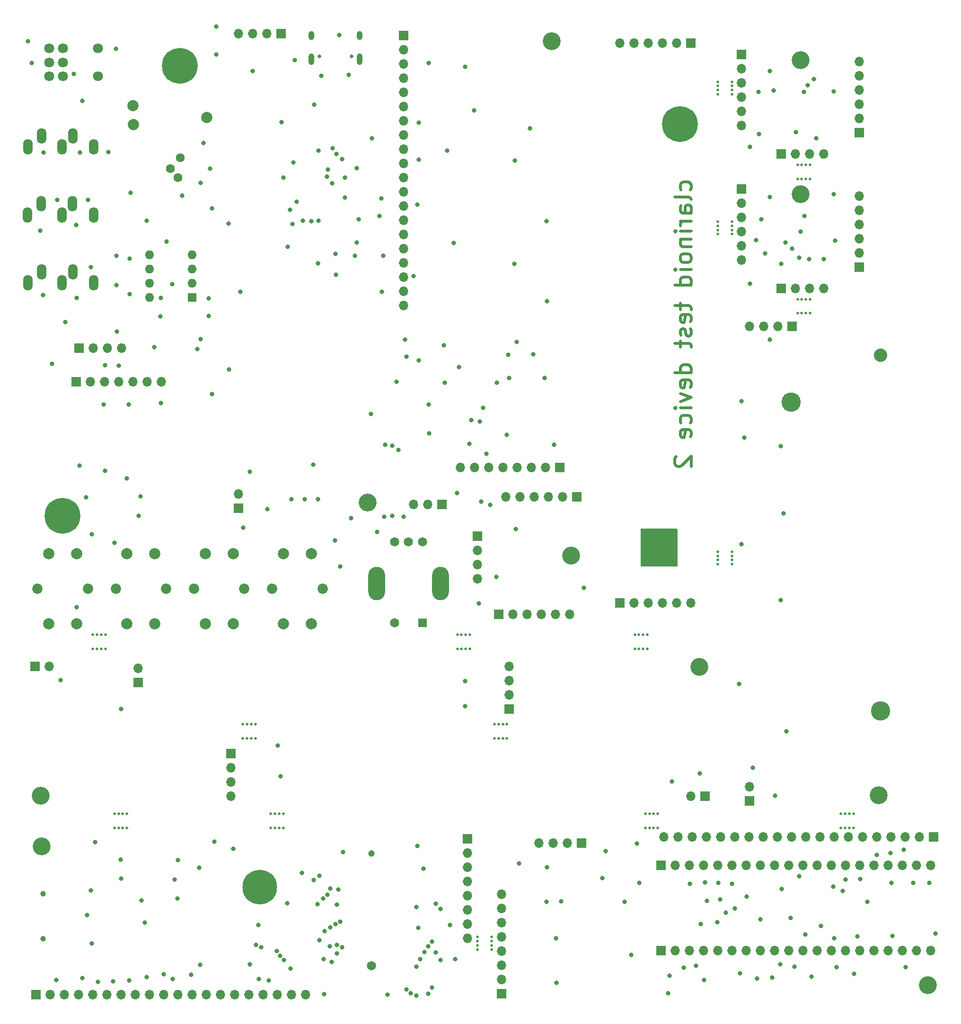
<source format=gbr>
%TF.GenerationSoftware,KiCad,Pcbnew,(6.0.5)*%
%TF.CreationDate,2022-08-12T21:43:39+02:00*%
%TF.ProjectId,clarinoid-devboard,636c6172-696e-46f6-9964-2d646576626f,rev?*%
%TF.SameCoordinates,Original*%
%TF.FileFunction,Soldermask,Bot*%
%TF.FilePolarity,Negative*%
%FSLAX46Y46*%
G04 Gerber Fmt 4.6, Leading zero omitted, Abs format (unit mm)*
G04 Created by KiCad (PCBNEW (6.0.5)) date 2022-08-12 21:43:39*
%MOMM*%
%LPD*%
G01*
G04 APERTURE LIST*
%ADD10C,0.500000*%
%ADD11C,0.500000*%
%ADD12R,1.700000X1.700000*%
%ADD13O,1.700000X1.700000*%
%ADD14C,3.200000*%
%ADD15C,1.850000*%
%ADD16C,2.000000*%
%ADD17C,3.450000*%
%ADD18C,2.390000*%
%ADD19O,1.700000X2.800000*%
%ADD20C,6.200000*%
%ADD21C,0.800000*%
%ADD22C,6.400000*%
%ADD23R,6.400000X6.400000*%
%ADD24C,0.650000*%
%ADD25O,1.000000X1.600000*%
%ADD26O,1.000000X2.100000*%
%ADD27R,1.600000X1.600000*%
%ADD28O,1.600000X1.600000*%
%ADD29C,1.800000*%
%ADD30C,1.000000*%
%ADD31C,1.650000*%
%ADD32C,1.150000*%
%ADD33R,1.650000X1.650000*%
%ADD34O,3.000000X6.000000*%
%ADD35C,1.600000*%
G04 APERTURE END LIST*
D10*
X450993589Y-35040034D02*
X451136446Y-34754319D01*
X451136446Y-34182891D01*
X450993589Y-33897176D01*
X450850732Y-33754319D01*
X450565018Y-33611462D01*
X449707875Y-33611462D01*
X449422161Y-33754319D01*
X449279304Y-33897176D01*
X449136446Y-34182891D01*
X449136446Y-34754319D01*
X449279304Y-35040034D01*
X451136446Y-36754319D02*
X450993589Y-36468605D01*
X450707875Y-36325748D01*
X448136446Y-36325748D01*
X451136446Y-39182891D02*
X449565018Y-39182891D01*
X449279304Y-39040034D01*
X449136446Y-38754319D01*
X449136446Y-38182891D01*
X449279304Y-37897176D01*
X450993589Y-39182891D02*
X451136446Y-38897176D01*
X451136446Y-38182891D01*
X450993589Y-37897176D01*
X450707875Y-37754319D01*
X450422161Y-37754319D01*
X450136446Y-37897176D01*
X449993589Y-38182891D01*
X449993589Y-38897176D01*
X449850732Y-39182891D01*
X451136446Y-40611462D02*
X449136446Y-40611462D01*
X449707875Y-40611462D02*
X449422161Y-40754319D01*
X449279304Y-40897176D01*
X449136446Y-41182891D01*
X449136446Y-41468605D01*
X451136446Y-42468605D02*
X449136446Y-42468605D01*
X448136446Y-42468605D02*
X448279304Y-42325748D01*
X448422161Y-42468605D01*
X448279304Y-42611462D01*
X448136446Y-42468605D01*
X448422161Y-42468605D01*
X449136446Y-43897176D02*
X451136446Y-43897176D01*
X449422161Y-43897176D02*
X449279304Y-44040034D01*
X449136446Y-44325748D01*
X449136446Y-44754319D01*
X449279304Y-45040034D01*
X449565018Y-45182891D01*
X451136446Y-45182891D01*
X451136446Y-47040034D02*
X450993589Y-46754319D01*
X450850732Y-46611462D01*
X450565018Y-46468605D01*
X449707875Y-46468605D01*
X449422161Y-46611462D01*
X449279304Y-46754319D01*
X449136446Y-47040034D01*
X449136446Y-47468605D01*
X449279304Y-47754319D01*
X449422161Y-47897176D01*
X449707875Y-48040034D01*
X450565018Y-48040034D01*
X450850732Y-47897176D01*
X450993589Y-47754319D01*
X451136446Y-47468605D01*
X451136446Y-47040034D01*
X451136446Y-49325748D02*
X449136446Y-49325748D01*
X448136446Y-49325748D02*
X448279304Y-49182891D01*
X448422161Y-49325748D01*
X448279304Y-49468605D01*
X448136446Y-49325748D01*
X448422161Y-49325748D01*
X451136446Y-52040034D02*
X448136446Y-52040034D01*
X450993589Y-52040034D02*
X451136446Y-51754319D01*
X451136446Y-51182891D01*
X450993589Y-50897176D01*
X450850732Y-50754319D01*
X450565018Y-50611462D01*
X449707875Y-50611462D01*
X449422161Y-50754319D01*
X449279304Y-50897176D01*
X449136446Y-51182891D01*
X449136446Y-51754319D01*
X449279304Y-52040034D01*
X449136446Y-55325748D02*
X449136446Y-56468605D01*
X448136446Y-55754319D02*
X450707875Y-55754319D01*
X450993589Y-55897176D01*
X451136446Y-56182891D01*
X451136446Y-56468605D01*
X450993589Y-58611462D02*
X451136446Y-58325748D01*
X451136446Y-57754319D01*
X450993589Y-57468605D01*
X450707875Y-57325748D01*
X449565018Y-57325748D01*
X449279304Y-57468605D01*
X449136446Y-57754319D01*
X449136446Y-58325748D01*
X449279304Y-58611462D01*
X449565018Y-58754319D01*
X449850732Y-58754319D01*
X450136446Y-57325748D01*
X450993589Y-59897176D02*
X451136446Y-60182891D01*
X451136446Y-60754319D01*
X450993589Y-61040034D01*
X450707875Y-61182891D01*
X450565018Y-61182891D01*
X450279304Y-61040034D01*
X450136446Y-60754319D01*
X450136446Y-60325748D01*
X449993589Y-60040034D01*
X449707875Y-59897176D01*
X449565018Y-59897176D01*
X449279304Y-60040034D01*
X449136446Y-60325748D01*
X449136446Y-60754319D01*
X449279304Y-61040034D01*
X449136446Y-62040034D02*
X449136446Y-63182891D01*
X448136446Y-62468605D02*
X450707875Y-62468605D01*
X450993589Y-62611462D01*
X451136446Y-62897176D01*
X451136446Y-63182891D01*
X451136446Y-67754319D02*
X448136446Y-67754319D01*
X450993589Y-67754319D02*
X451136446Y-67468605D01*
X451136446Y-66897176D01*
X450993589Y-66611462D01*
X450850732Y-66468605D01*
X450565018Y-66325748D01*
X449707875Y-66325748D01*
X449422161Y-66468605D01*
X449279304Y-66611462D01*
X449136446Y-66897176D01*
X449136446Y-67468605D01*
X449279304Y-67754319D01*
X450993589Y-70325748D02*
X451136446Y-70040034D01*
X451136446Y-69468605D01*
X450993589Y-69182891D01*
X450707875Y-69040034D01*
X449565018Y-69040034D01*
X449279304Y-69182891D01*
X449136446Y-69468605D01*
X449136446Y-70040034D01*
X449279304Y-70325748D01*
X449565018Y-70468605D01*
X449850732Y-70468605D01*
X450136446Y-69040034D01*
X449136446Y-71468605D02*
X451136446Y-72182891D01*
X449136446Y-72897176D01*
X451136446Y-74040034D02*
X449136446Y-74040034D01*
X448136446Y-74040034D02*
X448279304Y-73897176D01*
X448422161Y-74040034D01*
X448279304Y-74182891D01*
X448136446Y-74040034D01*
X448422161Y-74040034D01*
X450993589Y-76754319D02*
X451136446Y-76468605D01*
X451136446Y-75897176D01*
X450993589Y-75611462D01*
X450850732Y-75468605D01*
X450565018Y-75325748D01*
X449707875Y-75325748D01*
X449422161Y-75468605D01*
X449279304Y-75611462D01*
X449136446Y-75897176D01*
X449136446Y-76468605D01*
X449279304Y-76754319D01*
X450993589Y-79182891D02*
X451136446Y-78897176D01*
X451136446Y-78325748D01*
X450993589Y-78040034D01*
X450707875Y-77897176D01*
X449565018Y-77897176D01*
X449279304Y-78040034D01*
X449136446Y-78325748D01*
X449136446Y-78897176D01*
X449279304Y-79182891D01*
X449565018Y-79325748D01*
X449850732Y-79325748D01*
X450136446Y-77897176D01*
X448422161Y-82754319D02*
X448279304Y-82897176D01*
X448136446Y-83182891D01*
X448136446Y-83897176D01*
X448279304Y-84182891D01*
X448422161Y-84325748D01*
X448707875Y-84468605D01*
X448993589Y-84468605D01*
X449422161Y-84325748D01*
X451136446Y-82611462D01*
X451136446Y-84468605D01*
%TO.C,H1*%
G36*
X442039304Y-95650034D02*
G01*
X448639304Y-95650034D01*
X448639304Y-102350034D01*
X442039304Y-102350034D01*
X442039304Y-95650034D01*
G37*
%TD*%
D11*
%TO.C,U15*%
X410764304Y-117100034D03*
X409264304Y-114600034D03*
X411514304Y-117100034D03*
X409264304Y-117100034D03*
X411514304Y-114600034D03*
X410764304Y-114600034D03*
X410014304Y-117100034D03*
X410014304Y-114600034D03*
%TD*%
%TO.C,U14*%
X458389334Y-41475034D03*
X455889334Y-42975034D03*
X458389334Y-40725034D03*
X458389334Y-42975034D03*
X455889334Y-40725034D03*
X455889334Y-41475034D03*
X458389334Y-42225034D03*
X455889334Y-42225034D03*
%TD*%
%TO.C,U13*%
X458389304Y-16475034D03*
X455889304Y-17975034D03*
X458389304Y-15725034D03*
X458389304Y-17975034D03*
X455889304Y-15725034D03*
X455889304Y-16475034D03*
X458389304Y-17225034D03*
X455889304Y-17225034D03*
%TD*%
%TO.C,U11*%
X458389304Y-100475034D03*
X455889304Y-101975034D03*
X458389304Y-99725034D03*
X458389304Y-101975034D03*
X455889304Y-99725034D03*
X455889304Y-100475034D03*
X458389304Y-101225034D03*
X455889304Y-101225034D03*
%TD*%
%TO.C,U10*%
X345514304Y-117100034D03*
X344014304Y-114600034D03*
X346264304Y-117100034D03*
X344014304Y-117100034D03*
X346264304Y-114600034D03*
X345514304Y-114600034D03*
X344764304Y-117100034D03*
X344764304Y-114600034D03*
%TD*%
%TO.C,U9*%
X442514304Y-117100034D03*
X441014304Y-114600034D03*
X443264304Y-117100034D03*
X441014304Y-117100034D03*
X443264304Y-114600034D03*
X442514304Y-114600034D03*
X441764304Y-117100034D03*
X441764304Y-114600034D03*
%TD*%
D12*
%TO.C,U38*%
X406539304Y-91250034D03*
D13*
X403999304Y-91250034D03*
X401459304Y-91250034D03*
%TD*%
D14*
%TO.C,H15*%
X426129304Y-8440034D03*
%TD*%
%TO.C,H10*%
X493439304Y-177250034D03*
%TD*%
D12*
%TO.C,J7*%
X461519304Y-144260034D03*
D13*
X461519304Y-141720034D03*
%TD*%
D12*
%TO.C,J33*%
X352139304Y-123120034D03*
D13*
X352139304Y-120580034D03*
%TD*%
D14*
%TO.C,H7*%
X334729304Y-143360034D03*
%TD*%
%TO.C,H14*%
X429629304Y-100440034D03*
%TD*%
D11*
%TO.C,U53*%
X375889304Y-149100034D03*
X376639304Y-146600034D03*
X377389304Y-149100034D03*
X378139304Y-146600034D03*
X375889304Y-146600034D03*
X376639304Y-149100034D03*
X377389304Y-146600034D03*
X378139304Y-149100034D03*
%TD*%
D12*
%TO.C,U2*%
X445709304Y-155784034D03*
D13*
X448249304Y-155784034D03*
X450789304Y-155784034D03*
X453329304Y-155784034D03*
X455869304Y-155784034D03*
X458409304Y-155784034D03*
X460949304Y-155784034D03*
X463489304Y-155784034D03*
X466029304Y-155784034D03*
X468569304Y-155784034D03*
X471109304Y-155784034D03*
X473649304Y-155784034D03*
X476189304Y-155784034D03*
X478729304Y-155784034D03*
X481269304Y-155784034D03*
X483809304Y-155784034D03*
X486349304Y-155784034D03*
X488889304Y-155784034D03*
X491429304Y-155784034D03*
X493969304Y-155784034D03*
%TD*%
D12*
%TO.C,J45*%
X438311804Y-108851034D03*
D13*
X440851804Y-108851034D03*
X443391804Y-108851034D03*
X445931804Y-108851034D03*
X448471804Y-108851034D03*
X451011804Y-108851034D03*
%TD*%
D15*
%TO.C,SW4*%
X362139304Y-106350034D03*
X371139304Y-106350034D03*
D16*
X369139304Y-100100034D03*
X369139304Y-112600034D03*
X364139304Y-100100034D03*
X364139304Y-112600034D03*
%TD*%
D17*
%TO.C,BT1*%
X484973602Y-128175179D03*
X468973602Y-72975179D03*
D18*
X484973602Y-64645179D03*
%TD*%
D12*
%TO.C,J48*%
X467169304Y-28630034D03*
D13*
X469709304Y-28630034D03*
X472249304Y-28630034D03*
X474789304Y-28630034D03*
%TD*%
D12*
%TO.C,J3*%
X431509304Y-151810034D03*
D13*
X428969304Y-151810034D03*
X426429304Y-151810034D03*
X423889304Y-151810034D03*
%TD*%
D12*
%TO.C,J30*%
X418549304Y-127850034D03*
D13*
X418549304Y-125310034D03*
X418549304Y-122770034D03*
X418549304Y-120230034D03*
%TD*%
D15*
%TO.C,SW3*%
X357139304Y-106350034D03*
X348139304Y-106350034D03*
D16*
X355139304Y-100100034D03*
X355139304Y-112600034D03*
X350139304Y-100100034D03*
X350139304Y-112600034D03*
%TD*%
D11*
%TO.C,U50*%
X418139342Y-133100068D03*
X417389342Y-133100068D03*
X416639342Y-130600068D03*
X416639342Y-133100068D03*
X415889342Y-133100068D03*
X418139342Y-130600068D03*
X417389342Y-130600068D03*
X415889342Y-130600068D03*
%TD*%
D19*
%TO.C,J10*%
X332384556Y-51675729D03*
X334834556Y-49675729D03*
X338534556Y-51675729D03*
X340434556Y-49675729D03*
X344184556Y-51675729D03*
%TD*%
D12*
%TO.C,J43*%
X399629304Y-7440034D03*
D13*
X399629304Y-9980034D03*
X399629304Y-12520034D03*
X399629304Y-15060034D03*
X399629304Y-17600034D03*
X399629304Y-20140034D03*
X399629304Y-22680034D03*
X399629304Y-25220034D03*
X399629304Y-27760034D03*
X399629304Y-30300034D03*
X399629304Y-32840034D03*
X399629304Y-35380034D03*
X399629304Y-37920034D03*
X399629304Y-40460034D03*
X399629304Y-43000034D03*
X399629304Y-45540034D03*
X399629304Y-48080034D03*
X399629304Y-50620034D03*
X399629304Y-53160034D03*
X399629304Y-55700034D03*
%TD*%
D20*
%TO.C,H4*%
X373886659Y-159705000D03*
%TD*%
D21*
%TO.C,H2*%
X340336360Y-91652978D03*
X336942248Y-91652978D03*
X338639304Y-95750034D03*
X336239304Y-93350034D03*
X336942248Y-95047090D03*
X341039304Y-93350034D03*
X338639304Y-90950034D03*
X340336360Y-95047090D03*
D22*
X338639304Y-93350034D03*
%TD*%
D11*
%TO.C,U56*%
X472389304Y-33100034D03*
X470139304Y-30600034D03*
X470889304Y-33100034D03*
X471639304Y-33100034D03*
X470889304Y-30600034D03*
X472389304Y-30600034D03*
X471639304Y-30600034D03*
X470139304Y-33100034D03*
%TD*%
%TO.C,U65*%
X412889304Y-169350034D03*
X415389304Y-169350034D03*
X412889304Y-170850034D03*
X412889304Y-170100034D03*
X415389304Y-170850034D03*
X415389304Y-170100034D03*
X412889304Y-168600034D03*
X415389304Y-168600034D03*
%TD*%
%TO.C,U49*%
X443639304Y-146600034D03*
X445139304Y-146600034D03*
X444389304Y-149100034D03*
X442889304Y-149100034D03*
X444389304Y-146600034D03*
X442889304Y-146600034D03*
X445139304Y-149100034D03*
X443639304Y-149100034D03*
%TD*%
D23*
%TO.C,H1*%
X445239304Y-98850034D03*
%TD*%
D12*
%TO.C,J46*%
X460139304Y-10850034D03*
D13*
X460139304Y-13390034D03*
X460139304Y-15930034D03*
X460139304Y-18470034D03*
X460139304Y-21010034D03*
X460139304Y-23550034D03*
%TD*%
D12*
%TO.C,J47*%
X481139304Y-24820034D03*
D13*
X481139304Y-22280034D03*
X481139304Y-19740034D03*
X481139304Y-17200034D03*
X481139304Y-14660034D03*
X481139304Y-12120034D03*
%TD*%
D12*
%TO.C,J42*%
X417179304Y-178725034D03*
D13*
X417179304Y-176185034D03*
X417179304Y-173645034D03*
X417179304Y-171105034D03*
X417179304Y-168565034D03*
X417179304Y-166025034D03*
X417179304Y-163485034D03*
X417179304Y-160945034D03*
%TD*%
D12*
%TO.C,J44*%
X427569304Y-84700034D03*
D13*
X425029304Y-84700034D03*
X422489304Y-84700034D03*
X419949304Y-84700034D03*
X417409304Y-84700034D03*
X414869304Y-84700034D03*
X412329304Y-84700034D03*
X409789304Y-84700034D03*
%TD*%
D12*
%TO.C,J5*%
X341539304Y-63325034D03*
D13*
X344079304Y-63325034D03*
X346619304Y-63325034D03*
X349159304Y-63325034D03*
%TD*%
D12*
%TO.C,J50*%
X460139304Y-34850034D03*
D13*
X460139304Y-37390034D03*
X460139304Y-39930034D03*
X460139304Y-42470034D03*
X460139304Y-45010034D03*
X460139304Y-47550034D03*
%TD*%
D24*
%TO.C,J2*%
X390329304Y-11155034D03*
X384549304Y-11155034D03*
D25*
X391759304Y-7475034D03*
X383119304Y-7475034D03*
D26*
X391759304Y-11655034D03*
X383119304Y-11655034D03*
%TD*%
D15*
%TO.C,SW2*%
X334139304Y-106350034D03*
X343139304Y-106350034D03*
D16*
X341139304Y-100100034D03*
X341139304Y-112600034D03*
X336139304Y-100100034D03*
X336139304Y-112600034D03*
%TD*%
%TO.C,TP3*%
X351193556Y-20015729D03*
%TD*%
D14*
%TO.C,H11*%
X470639304Y-11850034D03*
%TD*%
D12*
%TO.C,U3*%
X445709304Y-171024034D03*
D13*
X448249304Y-171024034D03*
X450789304Y-171024034D03*
X453329304Y-171024034D03*
X455869304Y-171024034D03*
X458409304Y-171024034D03*
X460949304Y-171024034D03*
X463489304Y-171024034D03*
X466029304Y-171024034D03*
X468569304Y-171024034D03*
X471109304Y-171024034D03*
X473649304Y-171024034D03*
X476189304Y-171024034D03*
X478729304Y-171024034D03*
X481269304Y-171024034D03*
X483809304Y-171024034D03*
X486349304Y-171024034D03*
X488889304Y-171024034D03*
X491429304Y-171024034D03*
X493969304Y-171024034D03*
%TD*%
D12*
%TO.C,J52*%
X430629304Y-89940034D03*
D13*
X428089304Y-89940034D03*
X425549304Y-89940034D03*
X423009304Y-89940034D03*
X420469304Y-89940034D03*
X417929304Y-89940034D03*
%TD*%
D16*
%TO.C,TP6*%
X364433556Y-22123229D03*
%TD*%
D12*
%TO.C,J40*%
X411099304Y-151029298D03*
D13*
X411099304Y-153569298D03*
X411099304Y-156109298D03*
X411099304Y-158649298D03*
X411099304Y-161189298D03*
X411099304Y-163729298D03*
X411099304Y-166269298D03*
X411099304Y-168809298D03*
%TD*%
D14*
%TO.C,H8*%
X452549304Y-120340034D03*
%TD*%
D27*
%TO.C,U8*%
X361784556Y-54275729D03*
D28*
X361784556Y-51735729D03*
X361784556Y-49195729D03*
X361784556Y-46655729D03*
X354164556Y-46655729D03*
X354164556Y-49195729D03*
X354164556Y-51735729D03*
X354164556Y-54275729D03*
%TD*%
D29*
%TO.C,R13*%
X336199640Y-9751424D03*
X336199640Y-12251424D03*
X336199640Y-14751424D03*
X338699640Y-9751424D03*
X338699640Y-12251424D03*
X338699640Y-14751424D03*
X344949640Y-9751424D03*
X344949640Y-14751424D03*
%TD*%
D14*
%TO.C,H12*%
X470639304Y-35850034D03*
%TD*%
D21*
%TO.C,H5*%
X447414748Y-21553978D03*
D22*
X449111804Y-23251034D03*
D21*
X447414748Y-24948090D03*
X451511804Y-23251034D03*
X446711804Y-23251034D03*
X450808860Y-21553978D03*
X449111804Y-25651034D03*
X450808860Y-24948090D03*
X449111804Y-20851034D03*
%TD*%
D14*
%TO.C,H9*%
X334839304Y-152450000D03*
%TD*%
D30*
%TO.C,J38*%
X335091553Y-168900000D03*
X335091553Y-160900000D03*
%TD*%
D12*
%TO.C,J34*%
X469139304Y-59440034D03*
D13*
X466599304Y-59440034D03*
X464059304Y-59440034D03*
X461519304Y-59440034D03*
%TD*%
D16*
%TO.C,TP8*%
X351284556Y-23375729D03*
%TD*%
D12*
%TO.C,J31*%
X377739304Y-7150034D03*
D13*
X375199304Y-7150034D03*
X372659304Y-7150034D03*
X370119304Y-7150034D03*
%TD*%
D19*
%TO.C,J1*%
X332384556Y-27375729D03*
X334834556Y-25375729D03*
X338534556Y-27375729D03*
X340434556Y-25375729D03*
X344184556Y-27375729D03*
%TD*%
D12*
%TO.C,J49*%
X467169304Y-52630034D03*
D13*
X469709304Y-52630034D03*
X472249304Y-52630034D03*
X474789304Y-52630034D03*
%TD*%
D11*
%TO.C,U52*%
X478639304Y-146600034D03*
X479389304Y-146600034D03*
X480139304Y-146600034D03*
X479389304Y-149100034D03*
X478639304Y-149100034D03*
X480139304Y-149100034D03*
X477889304Y-146600034D03*
X477889304Y-149100034D03*
%TD*%
D12*
%TO.C,J37*%
X453549304Y-143470034D03*
D13*
X451009304Y-143470034D03*
%TD*%
D11*
%TO.C,U60*%
X472389304Y-57100034D03*
X472389304Y-54600034D03*
X470889304Y-57100034D03*
X470889304Y-54600034D03*
X471639304Y-57100034D03*
X470139304Y-54600034D03*
X471639304Y-54600034D03*
X470139304Y-57100034D03*
%TD*%
%TO.C,U55*%
X349389304Y-149100034D03*
X348639304Y-149100034D03*
X348639304Y-146600034D03*
X350139304Y-146600034D03*
X347889304Y-149100034D03*
X347889304Y-146600034D03*
X350139304Y-149100034D03*
X349389304Y-146600034D03*
%TD*%
D12*
%TO.C,J12*%
X341039304Y-69325034D03*
D13*
X343579304Y-69325034D03*
X346119304Y-69325034D03*
X348659304Y-69325034D03*
X351199304Y-69325034D03*
X353739304Y-69325034D03*
X356279304Y-69325034D03*
%TD*%
D12*
%TO.C,J36*%
X368729304Y-135850034D03*
D13*
X368729304Y-138390034D03*
X368729304Y-140930034D03*
X368729304Y-143470034D03*
%TD*%
D12*
%TO.C,J32*%
X370119304Y-91970034D03*
D13*
X370119304Y-89430034D03*
%TD*%
D14*
%TO.C,H6*%
X484649304Y-143260034D03*
%TD*%
D15*
%TO.C,SW5*%
X376139304Y-106350034D03*
X385139304Y-106350034D03*
D16*
X383139304Y-100100034D03*
X383139304Y-112600034D03*
X378139304Y-100100034D03*
X378139304Y-112600034D03*
%TD*%
D12*
%TO.C,J8*%
X412849304Y-96970034D03*
D13*
X412849304Y-99510034D03*
X412849304Y-102050034D03*
X412849304Y-104590034D03*
%TD*%
D14*
%TO.C,H13*%
X393249304Y-90970034D03*
%TD*%
D19*
%TO.C,J11*%
X332370343Y-39525729D03*
X334820343Y-37525729D03*
X338520343Y-39525729D03*
X340420343Y-37525729D03*
X344170343Y-39525729D03*
%TD*%
D12*
%TO.C,J6*%
X451011804Y-8851034D03*
D13*
X448471804Y-8851034D03*
X445931804Y-8851034D03*
X443391804Y-8851034D03*
X440851804Y-8851034D03*
X438311804Y-8851034D03*
%TD*%
D31*
%TO.C,U40*%
X393886659Y-173705000D03*
D32*
X393886659Y-153705000D03*
%TD*%
D21*
%TO.C,H3*%
X357942248Y-11152978D03*
X361336360Y-14547090D03*
X359639304Y-10450034D03*
X362039304Y-12850034D03*
X357239304Y-12850034D03*
X359639304Y-15250034D03*
D22*
X359639304Y-12850034D03*
D21*
X361336360Y-11152978D03*
X357942248Y-14547090D03*
%TD*%
D12*
%TO.C,J53*%
X416659304Y-110940034D03*
D13*
X419199304Y-110940034D03*
X421739304Y-110940034D03*
X424279304Y-110940034D03*
X426819304Y-110940034D03*
X429359304Y-110940034D03*
%TD*%
D11*
%TO.C,U48*%
X370889342Y-133100034D03*
X373139342Y-133100034D03*
X373139342Y-130600034D03*
X371639342Y-130600034D03*
X370889342Y-130600034D03*
X371639342Y-133100034D03*
X372389342Y-133100034D03*
X372389342Y-130600034D03*
%TD*%
D12*
%TO.C,J39*%
X333839304Y-178950000D03*
D13*
X336379304Y-178950000D03*
X338919304Y-178950000D03*
X341459304Y-178950000D03*
X343999304Y-178950000D03*
X346539304Y-178950000D03*
X349079304Y-178950000D03*
X351619304Y-178950000D03*
X354159304Y-178950000D03*
X356699304Y-178950000D03*
X359239304Y-178950000D03*
X361779304Y-178950000D03*
X364319304Y-178950000D03*
X366859304Y-178950000D03*
X369399304Y-178950000D03*
X371939304Y-178950000D03*
X374479304Y-178950000D03*
X377019304Y-178950000D03*
X379559304Y-178950000D03*
X382099304Y-178950000D03*
%TD*%
D12*
%TO.C,J51*%
X481139304Y-48820034D03*
D13*
X481139304Y-46280034D03*
X481139304Y-43740034D03*
X481139304Y-41200034D03*
X481139304Y-38660034D03*
X481139304Y-36120034D03*
%TD*%
D12*
%TO.C,J35*%
X333729304Y-120230034D03*
D13*
X336269304Y-120230034D03*
%TD*%
D33*
%TO.C,SW7*%
X403029304Y-112440034D03*
D31*
X398029304Y-112440034D03*
X403029304Y-97940034D03*
X398029304Y-97940034D03*
X400529304Y-97940034D03*
D34*
X406229304Y-105440034D03*
X394829304Y-105440034D03*
%TD*%
D12*
%TO.C,J41*%
X494439304Y-150750034D03*
D13*
X491899304Y-150750034D03*
X489359304Y-150750034D03*
X486819304Y-150750034D03*
X484279304Y-150750034D03*
X481739304Y-150750034D03*
X479199304Y-150750034D03*
X476659304Y-150750034D03*
X474119304Y-150750034D03*
X471579304Y-150750034D03*
X469039304Y-150750034D03*
X466499304Y-150750034D03*
X463959304Y-150750034D03*
X461419304Y-150750034D03*
X458879304Y-150750034D03*
X456339304Y-150750034D03*
X453799304Y-150750034D03*
X451259304Y-150750034D03*
X448719304Y-150750034D03*
X446179304Y-150750034D03*
%TD*%
D21*
X333139304Y-12350034D03*
X335239304Y-28350034D03*
X346783556Y-28248229D03*
D35*
X357884556Y-31275729D03*
D21*
X340639304Y-14350034D03*
X342184556Y-19175729D03*
X350783556Y-35548229D03*
X332384556Y-8475729D03*
X341739304Y-28350034D03*
X384939304Y-14650034D03*
X389839304Y-14450034D03*
X424839304Y-68650034D03*
X422839304Y-64450034D03*
X384339304Y-48150034D03*
X385939304Y-32650034D03*
X349039304Y-154750000D03*
X379439304Y-174250000D03*
X358639304Y-158350000D03*
X343639304Y-160250000D03*
X407939304Y-166450000D03*
X369139304Y-152850000D03*
X361639304Y-175350000D03*
X359139304Y-161750000D03*
X388839304Y-153450000D03*
X402139304Y-152350000D03*
X408839304Y-172550000D03*
X385439304Y-178850000D03*
X378839304Y-162550000D03*
X344439304Y-151650000D03*
X387739304Y-162850000D03*
X402239304Y-166950000D03*
X373639304Y-166450000D03*
X384539304Y-169150000D03*
X344939304Y-176650000D03*
X349139304Y-158150000D03*
X337539304Y-176250000D03*
X401939304Y-163250000D03*
X342139304Y-175950000D03*
X347639304Y-176550000D03*
X358339304Y-176150000D03*
X343039304Y-164650000D03*
X365739304Y-151550000D03*
X359239304Y-154850000D03*
X353639304Y-175750000D03*
X381439304Y-157150000D03*
X363239304Y-173550000D03*
X343839304Y-169750000D03*
X350539304Y-176350000D03*
X352739304Y-162050000D03*
X396739304Y-178950000D03*
X356739304Y-175250000D03*
X353339304Y-166050000D03*
X435809304Y-153224034D03*
X458409304Y-159124034D03*
X478709304Y-158324034D03*
X472609304Y-175724034D03*
X441809304Y-158924034D03*
X467009304Y-173524034D03*
X440409304Y-171824034D03*
X486909304Y-158924034D03*
X489509304Y-174024034D03*
X447009304Y-178624034D03*
X482609304Y-162324034D03*
X493709304Y-158924034D03*
X450909304Y-159124034D03*
X453909304Y-162124034D03*
X439209304Y-162324034D03*
X455909304Y-158924034D03*
X480809304Y-168524034D03*
X463509304Y-165424034D03*
X494809304Y-168024034D03*
X468909304Y-165224034D03*
X435209304Y-158124034D03*
X427809304Y-162224034D03*
X426909304Y-168824034D03*
X427009304Y-176824034D03*
X420309304Y-155424034D03*
X476509304Y-159624034D03*
X490809304Y-158924034D03*
X441409304Y-151924034D03*
X425209304Y-162324034D03*
X477109304Y-174024034D03*
X453609304Y-158824034D03*
X487109304Y-168424034D03*
X469609304Y-173924034D03*
X425309304Y-156124034D03*
X480209304Y-175224034D03*
X489109304Y-153024034D03*
X386782836Y-173050500D03*
X387711044Y-170021741D03*
X386457021Y-170248512D03*
X385339304Y-172550000D03*
X388621247Y-170434700D03*
X387681037Y-171508267D03*
X458909304Y-163524034D03*
X456309304Y-161924034D03*
X467310077Y-160024534D03*
X470409304Y-157724034D03*
X484309304Y-153973045D03*
X486809304Y-153573534D03*
X478214682Y-160329412D03*
X481309304Y-158224034D03*
X453409304Y-176324034D03*
X447209304Y-175524034D03*
X462909304Y-176024034D03*
X465609304Y-175824034D03*
X459809304Y-175123035D03*
X449809304Y-174124034D03*
X476709304Y-168824034D03*
X452009304Y-173724034D03*
X461009304Y-161424034D03*
X457340222Y-164302358D03*
X455809304Y-165924034D03*
X452809304Y-166324034D03*
X471539284Y-168124534D03*
X474309304Y-166624034D03*
X384239304Y-162750000D03*
X384539304Y-157650000D03*
X374164697Y-170481179D03*
X373269239Y-170037152D03*
X383539304Y-158450000D03*
X406239304Y-172750000D03*
X406239304Y-163550000D03*
X385539304Y-167550500D03*
X405439304Y-171350000D03*
X405439304Y-162650000D03*
X387939304Y-160150000D03*
X372139304Y-173495815D03*
X386539304Y-159950000D03*
X373739304Y-176150000D03*
X386039304Y-161050000D03*
X385230669Y-161762877D03*
X375539304Y-176350000D03*
X376939304Y-171150000D03*
X388339304Y-165849500D03*
X377527840Y-171957855D03*
X387448051Y-166301908D03*
X386539304Y-166850000D03*
X378239304Y-172750000D03*
X404739304Y-177650000D03*
X404739304Y-169450000D03*
X404039304Y-178750000D03*
X404039304Y-170240979D03*
X403339304Y-171250000D03*
X401939304Y-179050000D03*
X400939304Y-178650000D03*
X402639304Y-172550000D03*
X401939304Y-173950000D03*
X400180937Y-177950500D03*
X348239304Y-46850034D03*
X348239304Y-52050034D03*
X365339304Y-38350034D03*
X348339304Y-60350034D03*
X386939304Y-27650034D03*
X467139304Y-108350034D03*
X465139304Y-61850034D03*
X467639304Y-92850034D03*
X460639304Y-79350034D03*
X467139304Y-80850034D03*
X460139304Y-98350034D03*
X459639304Y-123350034D03*
X466139304Y-143350034D03*
X468139304Y-131850034D03*
X460139304Y-72850034D03*
X462139304Y-138350034D03*
X338239304Y-122650034D03*
X349139304Y-127850034D03*
X410639304Y-127350034D03*
X410639304Y-122850034D03*
X377639304Y-139850034D03*
X452639304Y-139350034D03*
X447639304Y-140850034D03*
X377139304Y-134350034D03*
X394939304Y-96150034D03*
X407439304Y-28050034D03*
X350639304Y-53650034D03*
X410639304Y-13050034D03*
X391239304Y-44450034D03*
X341139304Y-54350034D03*
X363339304Y-61750034D03*
X347939304Y-98150034D03*
X348139304Y-9850034D03*
X364739304Y-54450034D03*
X431939304Y-106150034D03*
X343839304Y-96650034D03*
X370939304Y-95450034D03*
X389139304Y-32850034D03*
X401439304Y-50450034D03*
X336739304Y-66150034D03*
X387539304Y-50250034D03*
X379539304Y-90350034D03*
X395639304Y-36550034D03*
X352539304Y-89850034D03*
X346239304Y-66350034D03*
X339139304Y-58650034D03*
X368339304Y-41050034D03*
X360039304Y-36050034D03*
X391639304Y-40350034D03*
X362739304Y-63550034D03*
X425339304Y-54950034D03*
X370439304Y-53250034D03*
X357239304Y-44250034D03*
X350439304Y-73450034D03*
X379939304Y-30150034D03*
X343639304Y-48850034D03*
X414439304Y-82250034D03*
X408639304Y-44550034D03*
X335139304Y-53850034D03*
X425239304Y-40650034D03*
X346239304Y-85250034D03*
X393839304Y-75150034D03*
X341639304Y-84350034D03*
X343139304Y-36850034D03*
X409239304Y-89250034D03*
D35*
X359684556Y-29275729D03*
D21*
X390239304Y-93750034D03*
X384339304Y-90350034D03*
X383439304Y-84150034D03*
X355039304Y-63150034D03*
X381939304Y-90350034D03*
X380483926Y-37205412D03*
X387339304Y-97750034D03*
X404139304Y-73450034D03*
X365039304Y-31250034D03*
X378139304Y-32850034D03*
X418339304Y-64550034D03*
X366139304Y-5850034D03*
X358239304Y-51950034D03*
X342839304Y-90050034D03*
X411439304Y-80450034D03*
X404239304Y-78550034D03*
X402339304Y-29650034D03*
X350639304Y-47350034D03*
X377839304Y-22950034D03*
X334639304Y-42350034D03*
X337639304Y-36850034D03*
X412239304Y-20850034D03*
X341039304Y-41350034D03*
X398339304Y-69350034D03*
X393939304Y-25850034D03*
X422239304Y-24050034D03*
X409539304Y-66750034D03*
X391239304Y-31150034D03*
X341139304Y-109650034D03*
X379739304Y-41150034D03*
X356139304Y-57650034D03*
X395339304Y-39750034D03*
X416239304Y-104250034D03*
X372139304Y-85450034D03*
X352239304Y-93350034D03*
X395739304Y-53250034D03*
X364739304Y-57550034D03*
X416339304Y-69550034D03*
X389139304Y-36450034D03*
X404139304Y-12350034D03*
X363839304Y-26650034D03*
X399939304Y-61850034D03*
X375239304Y-92150034D03*
X413839304Y-74050034D03*
X366139304Y-10850034D03*
X419739304Y-95650034D03*
X419539304Y-29850034D03*
X419439304Y-48250034D03*
X388339304Y-102350034D03*
X363339304Y-33750034D03*
X418139304Y-78850034D03*
X390939304Y-46850034D03*
X419839304Y-62250034D03*
X379339304Y-38650034D03*
X402139304Y-37650034D03*
X378939304Y-45250034D03*
X402339304Y-23050034D03*
D35*
X359284556Y-32875729D03*
D21*
X413139304Y-108950034D03*
X356239304Y-73150034D03*
X345939304Y-73450034D03*
X356239304Y-54350034D03*
X406839304Y-62850034D03*
X353639304Y-40550034D03*
X396039304Y-46850034D03*
X426539304Y-80650034D03*
X384439304Y-28050034D03*
X365339304Y-71550034D03*
X368439304Y-67150034D03*
X350139304Y-86650034D03*
X407039304Y-69550034D03*
X402369821Y-65549534D03*
X386839304Y-33850034D03*
X387439304Y-46450034D03*
X400139304Y-64850034D03*
X418539304Y-68650034D03*
X463239304Y-25050034D03*
X463139304Y-17550034D03*
X471239304Y-17550034D03*
X465139304Y-13850034D03*
X461639304Y-27350034D03*
X473439304Y-25850034D03*
X465839304Y-17250034D03*
X469839304Y-24750034D03*
X476638304Y-17422534D03*
X470639304Y-42550034D03*
X470439304Y-47150034D03*
X476639304Y-35850034D03*
X467239304Y-48250034D03*
X461639304Y-51850034D03*
X476865304Y-44120034D03*
X465139304Y-36350034D03*
X471339304Y-39750034D03*
X463639304Y-40350034D03*
X462739304Y-44050034D03*
X464338304Y-46422534D03*
X467937666Y-44421895D03*
X469138304Y-45522534D03*
X472238304Y-47422534D03*
X474838304Y-47422534D03*
X372639304Y-13850034D03*
X388139304Y-7350034D03*
X383639304Y-19850034D03*
X380139304Y-11850034D03*
X387607980Y-28588594D03*
X381639304Y-40550034D03*
X471939304Y-16350034D03*
X473039304Y-15250034D03*
X363039304Y-156250000D03*
X403239304Y-156350000D03*
X413239304Y-76450034D03*
X386104986Y-31415716D03*
X384439304Y-40550034D03*
X415139304Y-91350034D03*
X413539304Y-90750034D03*
X383139304Y-40650034D03*
X411747378Y-76247352D03*
X388633926Y-29544656D03*
X348639304Y-66450034D03*
X398739304Y-81550034D03*
X399639304Y-93450034D03*
X397639304Y-93350034D03*
X397639304Y-80750034D03*
X396339304Y-80650034D03*
X396139304Y-93450034D03*
M02*

</source>
